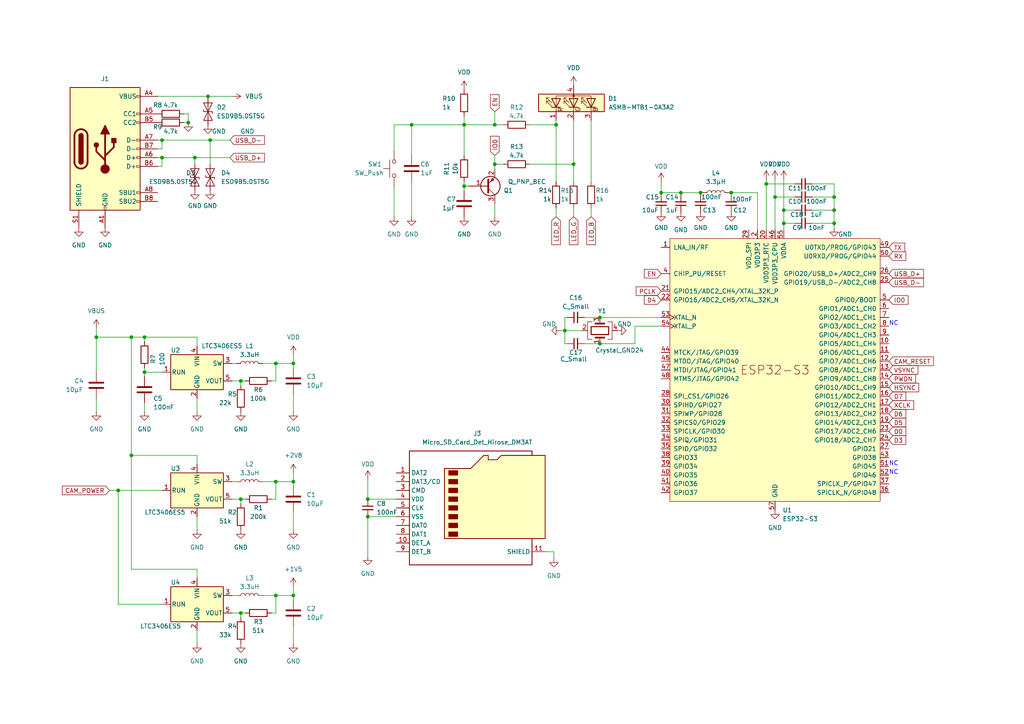
<source format=kicad_sch>
(kicad_sch (version 20230121) (generator eeschema)
  (paper "A4")
  (lib_symbols
    (symbol "Connector:Conn_01x24_Socket" (pin_names (offset 1.016) hide)
      (property "Reference" "J" (at 0 30.48 0))
      (property "Value" "Conn_01x24_Socket" (at 0 -33.02 0))
      (symbol "Conn_01x24_Socket_1_1"
        (pin passive line (at -5.08 27.94 0) (length 3.81) (name "Pin_1") (number "1"))
        (pin passive line (at -5.08 5.08 0) (length 3.81) (name "Pin_10") (number "10"))
        (pin passive line (at -5.08 2.54 0) (length 3.81) (name "Pin_11") (number "11"))
        (pin passive line (at -5.08 0 0) (length 3.81) (name "Pin_12") (number "12"))
        (pin passive line (at -5.08 -2.54 0) (length 3.81) (name "Pin_13") (number "13"))
        (pin passive line (at -5.08 -5.08 0) (length 3.81) (name "Pin_14") (number "14"))
        (pin passive line (at -5.08 -7.62 0) (length 3.81) (name "Pin_15") (number "15"))
        (pin passive line (at -5.08 -10.16 0) (length 3.81) (name "Pin_16") (number "16"))
        (pin passive line (at -5.08 -12.7 0) (length 3.81) (name "Pin_17") (number "17"))
        (pin passive line (at -5.08 -15.24 0) (length 3.81) (name "Pin_18") (number "18"))
        (pin passive line (at -5.08 -17.78 0) (length 3.81) (name "Pin_19") (number "19"))
        (pin passive line (at -5.08 25.4 0) (length 3.81) (name "Pin_2") (number "2"))
        (pin passive line (at -5.08 -20.32 0) (length 3.81) (name "Pin_20") (number "20"))
        (pin passive line (at -5.08 -22.86 0) (length 3.81) (name "Pin_21") (number "21"))
        (pin passive line (at -5.08 -25.4 0) (length 3.81) (name "Pin_22") (number "22"))
        (pin passive line (at -5.08 -27.94 0) (length 3.81) (name "Pin_23") (number "23"))
        (pin passive line (at -5.08 -30.48 0) (length 3.81) (name "Pin_24") (number "24"))
        (pin passive line (at -5.08 22.86 0) (length 3.81) (name "Pin_3") (number "3"))
        (pin passive line (at -5.08 20.32 0) (length 3.81) (name "Pin_4") (number "4"))
        (pin passive line (at -5.08 17.78 0) (length 3.81) (name "Pin_5") (number "5"))
        (pin passive line (at -5.08 15.24 0) (length 3.81) (name "Pin_6") (number "6"))
        (pin passive line (at -5.08 12.7 0) (length 3.81) (name "Pin_7") (number "7"))
        (pin passive line (at -5.08 10.16 0) (length 3.81) (name "Pin_8") (number "8"))
        (pin passive line (at -5.08 7.62 0) (length 3.81) (name "Pin_9") (number "9"))
      )
    )
    (symbol "Connector:Micro_SD_Card_Det_Hirose_DM3AT"
      (property "Reference" "J" (at -16.51 17.78 0))
      (property "Value" "Micro_SD_Card_Det_Hirose_DM3AT" (at 16.51 17.78 0))
      (symbol "Micro_SD_Card_Det_Hirose_DM3AT_1_1"
        (pin bidirectional line (at -22.86 10.16 0) (length 3.81) (name "DAT2") (number "1"))
        (pin passive line (at -22.86 -10.16 0) (length 3.81) (name "DET_A") (number "10"))
        (pin passive line (at 20.32 -12.7 180) (length 3.81) (name "SHIELD") (number "11"))
        (pin bidirectional line (at -22.86 7.62 0) (length 3.81) (name "DAT3/CD") (number "2"))
        (pin input line (at -22.86 5.08 0) (length 3.81) (name "CMD") (number "3"))
        (pin power_in line (at -22.86 2.54 0) (length 3.81) (name "VDD") (number "4"))
        (pin input line (at -22.86 0 0) (length 3.81) (name "CLK") (number "5"))
        (pin power_in line (at -22.86 -2.54 0) (length 3.81) (name "VSS") (number "6"))
        (pin bidirectional line (at -22.86 -5.08 0) (length 3.81) (name "DAT0") (number "7"))
        (pin bidirectional line (at -22.86 -7.62 0) (length 3.81) (name "DAT1") (number "8"))
        (pin passive line (at -22.86 -12.7 0) (length 3.81) (name "DET_B") (number "9"))
      )
    )
    (symbol "Device:C" (pin_numbers hide) (pin_names (offset 0.254))
      (property "Reference" "C" (at 0.635 2.54 0))
      (property "Value" "C" (at 0.635 -2.54 0))
      (symbol "C_1_1"
        (pin passive line (at 0 3.81 270) (length 2.794) (name "~") (number "1"))
        (pin passive line (at 0 -3.81 90) (length 2.794) (name "~") (number "2"))
      )
    )
    (symbol "Device:C_Small" (pin_numbers hide) (pin_names (offset 0.254) hide)
      (property "Reference" "C" (at 0.254 1.778 0))
      (property "Value" "C_Small" (at 0.254 -2.032 0))
      (symbol "C_Small_1_1"
        (pin passive line (at 0 2.54 270) (length 2.032) (name "~") (number "1"))
        (pin passive line (at 0 -2.54 90) (length 2.032) (name "~") (number "2"))
      )
    )
    (symbol "Device:Crystal_GND24" (pin_names (offset 1.016) hide)
      (property "Reference" "Y" (at 3.175 5.08 0))
      (property "Value" "Crystal_GND24" (at 3.175 3.175 0))
      (symbol "Crystal_GND24_1_1"
        (pin passive line (at -3.81 0 0) (length 1.27) (name "1") (number "1"))
        (pin passive line (at 0 5.08 270) (length 1.27) (name "2") (number "2"))
        (pin passive line (at 3.81 0 180) (length 1.27) (name "3") (number "3"))
        (pin passive line (at 0 -5.08 90) (length 1.27) (name "4") (number "4"))
      )
    )
    (symbol "Device:L" (pin_numbers hide) (pin_names (offset 1.016) hide)
      (property "Reference" "L" (at -1.27 0 90))
      (property "Value" "L" (at 1.905 0 90))
      (symbol "L_1_1"
        (pin passive line (at 0 3.81 270) (length 1.27) (name "1") (number "1"))
        (pin passive line (at 0 -3.81 90) (length 1.27) (name "2") (number "2"))
      )
    )
    (symbol "Device:Q_PNP_BEC" (pin_names (offset 0) hide)
      (property "Reference" "Q" (at 5.08 1.27 0))
      (property "Value" "Q_PNP_BEC" (at 5.08 -1.27 0))
      (symbol "Q_PNP_BEC_1_1"
        (pin input line (at -5.08 0 0) (length 5.715) (name "B") (number "1"))
        (pin passive line (at 2.54 -5.08 90) (length 2.54) (name "E") (number "2"))
        (pin passive line (at 2.54 5.08 270) (length 2.54) (name "C") (number "3"))
      )
    )
    (symbol "Device:R" (pin_numbers hide) (pin_names (offset 0))
      (property "Reference" "R" (at 2.032 0 90))
      (property "Value" "R" (at 0 0 90))
      (symbol "R_1_1"
        (pin passive line (at 0 3.81 270) (length 1.27) (name "~") (number "1"))
        (pin passive line (at 0 -3.81 90) (length 1.27) (name "~") (number "2"))
      )
    )
    (symbol "Diode:ESD9B5.0ST5G" (pin_numbers hide) (pin_names (offset 1.016) hide)
      (property "Reference" "D" (at 0 2.54 0))
      (property "Value" "ESD9B5.0ST5G" (at 0 -2.54 0))
      (symbol "ESD9B5.0ST5G_1_1"
        (pin passive line (at -3.81 0 0) (length 2.54) (name "A1") (number "1"))
        (pin passive line (at 3.81 0 180) (length 2.54) (name "A2") (number "2"))
      )
    )
    (symbol "LED:ASMB-MTB1-0A3A2" (pin_names (offset 0) hide)
      (property "Reference" "D" (at 0 12.7 0))
      (property "Value" "ASMB-MTB1-0A3A2" (at 1.27 -11.43 0))
      (symbol "ASMB-MTB1-0A3A2_0_0"
        (text "B" (at -1.905 -6.35 0) (effects (font (size 1.27 1.27))))
        (text "G" (at -1.905 -1.27 0) (effects (font (size 1.27 1.27))))
        (text "R" (at -1.905 3.81 0) (effects (font (size 1.27 1.27))))
      )
      (symbol "ASMB-MTB1-0A3A2_1_1"
        (pin passive line (at -5.08 5.08 0) (length 2.54) (name "RK") (number "1"))
        (pin passive line (at -5.08 0 0) (length 2.54) (name "GK") (number "2"))
        (pin passive line (at -5.08 -5.08 0) (length 2.54) (name "BK") (number "3"))
        (pin passive line (at 5.08 0 180) (length 2.54) (name "A") (number "4"))
      )
    )
    (symbol "Library:USB_C_Receptacle_USB2.0" (pin_names (offset 1.016))
      (property "Reference" "J" (at -10.16 19.05 0))
      (symbol "USB_C_Receptacle_USB2.0_1_1"
        (pin passive line (at 0 -22.86 90) (length 5.08) (name "GND") (number "A1"))
        (pin passive line (at 0 -22.86 90) (length 5.08) hide (name "GND") (number "A12"))
        (pin passive line (at 15.24 15.24 180) (length 5.08) (name "VBUS") (number "A4"))
        (pin bidirectional line (at 15.24 10.16 180) (length 5.08) (name "CC1") (number "A5"))
        (pin bidirectional line (at 15.24 -2.54 180) (length 5.08) (name "D+") (number "A6"))
        (pin bidirectional line (at 15.24 2.54 180) (length 5.08) (name "D-") (number "A7"))
        (pin bidirectional line (at 15.24 -12.7 180) (length 5.08) (name "SBU1") (number "A8"))
        (pin passive line (at 15.24 15.24 180) (length 5.08) hide (name "VBUS") (number "A9"))
        (pin passive line (at 0 -22.86 90) (length 5.08) hide (name "GND") (number "B1"))
        (pin passive line (at 0 -22.86 90) (length 5.08) hide (name "GND") (number "B12"))
        (pin passive line (at 15.24 15.24 180) (length 5.08) hide (name "VBUS") (number "B4"))
        (pin bidirectional line (at 15.24 7.62 180) (length 5.08) (name "CC2") (number "B5"))
        (pin bidirectional line (at 15.24 -5.08 180) (length 5.08) (name "D+") (number "B6"))
        (pin bidirectional line (at 15.24 0 180) (length 5.08) (name "D-") (number "B7"))
        (pin bidirectional line (at 15.24 -15.24 180) (length 5.08) (name "SBU2") (number "B8"))
        (pin passive line (at 15.24 15.24 180) (length 5.08) hide (name "VBUS") (number "B9"))
        (pin passive line (at -7.62 -22.86 90) (length 5.08) (name "SHIELD") (number "S1"))
      )
    )
    (symbol "PCM_Espressif:ESP32-S3" (pin_names (offset 1.016))
      (property "Reference" "U" (at -30.48 43.18 0))
      (property "Value" "ESP32-S3" (at -30.48 40.64 0))
      (symbol "ESP32-S3_0_0"
        (text "ESP32-S3" (at 0 0 0) (effects (font (size 2.54 2.54))))
        (pin bidirectional line (at 33.02 -35.56 180) (length 2.54) (name "SPICLK_N/GPIO48") (number "36"))
        (pin bidirectional line (at 33.02 -33.02 180) (length 2.54) (name "SPICLK_P/GPIO47") (number "37"))
      )
      (symbol "ESP32-S3_1_1"
        (pin bidirectional line (at -33.02 35.56 0) (length 2.54) (name "LNA_IN/RF") (number "1"))
        (pin bidirectional line (at 33.02 7.62 180) (length 2.54) (name "GPIO5/ADC1_CH4") (number "10"))
        (pin bidirectional line (at 33.02 5.08 180) (length 2.54) (name "GPIO6/ADC1_CH5") (number "11"))
        (pin bidirectional line (at 33.02 2.54 180) (length 2.54) (name "GPIO7/ADC1_CH6") (number "12"))
        (pin bidirectional line (at 33.02 0 180) (length 2.54) (name "GPIO8/ADC1_CH7") (number "13"))
        (pin bidirectional line (at 33.02 -2.54 180) (length 2.54) (name "GPIO9/ADC1_CH8") (number "14"))
        (pin bidirectional line (at 33.02 -5.08 180) (length 2.54) (name "GPIO10/ADC1_CH9") (number "15"))
        (pin bidirectional line (at 33.02 -7.62 180) (length 2.54) (name "GPIO11/ADC2_CH0") (number "16"))
        (pin bidirectional line (at 33.02 -10.16 180) (length 2.54) (name "GPIO12/ADC2_CH1") (number "17"))
        (pin bidirectional line (at 33.02 -12.7 180) (length 2.54) (name "GPIO13/ADC2_CH2") (number "18"))
        (pin bidirectional line (at 33.02 -15.24 180) (length 2.54) (name "GPIO14/ADC2_CH3") (number "19"))
        (pin power_in line (at -5.08 40.64 270) (length 2.54) (name "VDD3P3") (number "2"))
        (pin power_in line (at -2.54 40.64 270) (length 2.54) (name "VDD3P3_RTC") (number "20"))
        (pin bidirectional line (at -33.02 22.86 0) (length 2.54) (name "GPIO15/ADC2_CH4/XTAL_32K_P") (number "21"))
        (pin bidirectional line (at -33.02 20.32 0) (length 2.54) (name "GPIO16/ADC2_CH5/XTAL_32K_N") (number "22"))
        (pin bidirectional line (at 33.02 -17.78 180) (length 2.54) (name "GPIO17/ADC2_CH6") (number "23"))
        (pin bidirectional line (at 33.02 -20.32 180) (length 2.54) (name "GPIO18/ADC2_CH7") (number "24"))
        (pin bidirectional line (at 33.02 25.4 180) (length 2.54) (name "GPIO19/USB_D-/ADC2_CH8") (number "25"))
        (pin bidirectional line (at 33.02 27.94 180) (length 2.54) (name "GPIO20/USB_D+/ADC2_CH9") (number "26"))
        (pin bidirectional line (at 33.02 -22.86 180) (length 2.54) (name "GPIO21") (number "27"))
        (pin bidirectional line (at -33.02 -7.62 0) (length 2.54) (name "SPI_CS1/GPIO26") (number "28"))
        (pin power_out line (at -7.62 40.64 270) (length 2.54) (name "VDD_SPI") (number "29"))
        (pin power_in line (at -5.08 40.64 270) (length 2.54) hide (name "VDD3P3") (number "3"))
        (pin bidirectional line (at -33.02 -10.16 0) (length 2.54) (name "SPIHD/GPIO27") (number "30"))
        (pin bidirectional line (at -33.02 -12.7 0) (length 2.54) (name "SPIWP/GPIO28") (number "31"))
        (pin bidirectional line (at -33.02 -15.24 0) (length 2.54) (name "SPICS0/GPIO29") (number "32"))
        (pin bidirectional line (at -33.02 -17.78 0) (length 2.54) (name "SPICLK/GPIO30") (number "33"))
        (pin bidirectional line (at -33.02 -20.32 0) (length 2.54) (name "SPIQ/GPIO31") (number "34"))
        (pin bidirectional line (at -33.02 -22.86 0) (length 2.54) (name "SPID/GPIO32") (number "35"))
        (pin bidirectional line (at -33.02 -25.4 0) (length 2.54) (name "GPIO33") (number "38"))
        (pin bidirectional line (at -33.02 -27.94 0) (length 2.54) (name "GPIO34") (number "39"))
        (pin input line (at -33.02 27.94 0) (length 2.54) (name "CHIP_PU/RESET") (number "4"))
        (pin bidirectional line (at -33.02 -30.48 0) (length 2.54) (name "GPIO35") (number "40"))
        (pin bidirectional line (at -33.02 -33.02 0) (length 2.54) (name "GPIO36") (number "41"))
        (pin bidirectional line (at -33.02 -35.56 0) (length 2.54) (name "GPIO37") (number "42"))
        (pin bidirectional line (at 33.02 -25.4 180) (length 2.54) (name "GPIO38") (number "43"))
        (pin bidirectional line (at -33.02 5.08 0) (length 2.54) (name "MTCK/JTAG/GPIO39") (number "44"))
        (pin bidirectional line (at -33.02 2.54 0) (length 2.54) (name "MTDO/JTAG/GPIO40") (number "45"))
        (pin power_in line (at 0 40.64 270) (length 2.54) (name "VDD3P3_CPU") (number "46"))
        (pin bidirectional line (at -33.02 0 0) (length 2.54) (name "MTDI/JTAG/GPIO41") (number "47"))
        (pin bidirectional line (at -33.02 -2.54 0) (length 2.54) (name "MTMS/JTAG/GPIO42") (number "48"))
        (pin bidirectional line (at 33.02 35.56 180) (length 2.54) (name "U0TXD/PROG/GPIO43") (number "49"))
        (pin bidirectional line (at 33.02 20.32 180) (length 2.54) (name "GPIO0/BOOT") (number "5"))
        (pin bidirectional line (at 33.02 33.02 180) (length 2.54) (name "U0RXD/PROG/GPIO44") (number "50"))
        (pin bidirectional line (at 33.02 -27.94 180) (length 2.54) (name "GPIO45") (number "51"))
        (pin bidirectional line (at 33.02 -30.48 180) (length 2.54) (name "GPIO46") (number "52"))
        (pin input clock (at -33.02 15.24 0) (length 2.54) (name "XTAL_N") (number "53"))
        (pin output clock (at -33.02 12.7 0) (length 2.54) (name "XTAL_P") (number "54"))
        (pin power_in line (at 2.54 40.64 270) (length 2.54) (name "VDDA") (number "55"))
        (pin passive line (at 2.54 40.64 270) (length 2.54) hide (name "VDDA") (number "56"))
        (pin power_in line (at 0 -40.64 90) (length 2.54) (name "GND") (number "57"))
        (pin bidirectional line (at 33.02 17.78 180) (length 2.54) (name "GPIO1/ADC1_CH0") (number "6"))
        (pin bidirectional line (at 33.02 15.24 180) (length 2.54) (name "GPIO2/ADC1_CH1") (number "7"))
        (pin bidirectional line (at 33.02 12.7 180) (length 2.54) (name "GPIO3/ADC1_CH2") (number "8"))
        (pin bidirectional line (at 33.02 10.16 180) (length 2.54) (name "GPIO4/ADC1_CH3") (number "9"))
      )
    )
    (symbol "Regulator_Switching:LTC3406ES5" (pin_names (offset 0.254))
      (property "Reference" "U" (at -6.35 6.35 0))
      (property "Value" "LTC3406ES5" (at 1.27 6.35 0))
      (symbol "LTC3406ES5_1_1"
        (pin input line (at -10.16 0 0) (length 2.54) (name "RUN") (number "1"))
        (pin power_in line (at 0 -7.62 90) (length 2.54) (name "GND") (number "2"))
        (pin output line (at 10.16 2.54 180) (length 2.54) (name "SW") (number "3"))
        (pin power_in line (at 0 7.62 270) (length 2.54) (name "VIN") (number "4"))
        (pin power_out line (at 10.16 -2.54 180) (length 2.54) (name "VOUT") (number "5"))
      )
    )
    (symbol "Switch:SW_Push" (pin_numbers hide) (pin_names (offset 1.016) hide)
      (property "Reference" "SW" (at 1.27 2.54 0))
      (property "Value" "SW_Push" (at 0 -1.524 0))
      (symbol "SW_Push_0_1"
        (pin passive line (at -5.08 0 0) (length 2.54) (name "1") (number "1"))
        (pin passive line (at 5.08 0 180) (length 2.54) (name "2") (number "2"))
      )
    )
    (symbol "power:+1V5" (power) (pin_names (offset 0))
      (property "Value" "+1V5" (at 0 3.556 0))
      (symbol "+1V5_1_1"
        (pin power_in line (at 0 0 90) (length 0) hide (name "+1V5") (number "1"))
      )
    )
    (symbol "power:+2V8" (power) (pin_names (offset 0))
      (property "Value" "+2V8" (at 0 3.556 0))
      (symbol "+2V8_1_1"
        (pin power_in line (at 0 0 90) (length 0) hide (name "+2V8") (number "1"))
      )
    )
    (symbol "power:GND" (power) (pin_names (offset 0))
      (property "Value" "GND" (at 0 -3.81 0))
      (symbol "GND_1_1"
        (pin power_in line (at 0 0 270) (length 0) hide (name "GND") (number "1"))
      )
    )
    (symbol "power:VBUS" (power) (pin_names (offset 0))
      (property "Value" "VBUS" (at 0 3.81 0))
      (symbol "VBUS_1_1"
        (pin power_in line (at 0 0 90) (length 0) hide (name "VBUS") (number "1"))
      )
    )
    (symbol "power:VDD" (power) (pin_names (offset 0))
      (property "Value" "VDD" (at 0 3.81 0))
      (symbol "VDD_1_1"
        (pin power_in line (at 0 0 90) (length 0) hide (name "VDD") (number "1"))
      )
    )
  )
  (junction (at 34.29 142.24))
  (junction (at 85.09 139.7))
  (junction (at 222.25 53.34))
  (junction (at 38.1 132.08))
  (junction (at 27.94 97.79))
  (junction (at 80.01 139.7))
  (junction (at 69.85 144.78))
  (junction (at 56.515 45.72))
  (junction (at 69.85 110.49))
  (junction (at 85.09 105.41))
  (junction (at 241.935 60.96))
  (junction (at 80.01 172.72))
  (junction (at 224.79 57.15))
  (junction (at 197.485 55.88))
  (junction (at 143.51 36.195))
  (junction (at 106.68 149.86))
  (junction (at 241.935 64.77))
  (junction (at 60.325 27.94))
  (junction (at 54.61 35.56))
  (junction (at 143.51 47.625))
  (junction (at 60.96 40.64))
  (junction (at 46.99 45.72))
  (junction (at 227.33 64.77))
  (junction (at 119.38 36.195))
  (junction (at 134.62 36.195))
  (junction (at 41.91 107.95))
  (junction (at 166.37 47.625))
  (junction (at 85.09 172.72))
  (junction (at 212.09 55.88))
  (junction (at 134.62 53.975))
  (junction (at 106.68 144.78))
  (junction (at 203.2 55.88))
  (junction (at 173.99 99.695))
  (junction (at 41.91 97.79))
  (junction (at 227.33 60.96))
  (junction (at 80.01 105.41))
  (junction (at 173.99 92.075))
  (junction (at 38.1 97.79))
  (junction (at 161.29 36.195))
  (junction (at 163.83 95.885))
  (junction (at 46.99 40.64))
  (junction (at 69.85 177.8))
  (junction (at 191.77 55.88))
  (junction (at 241.935 57.15))
  (wire (pts (xy 67.31 177.8) (xy 69.85 177.8)))
  (wire (pts (xy 203.2 56.515) (xy 203.2 55.88)))
  (wire (pts (xy 162.56 95.885) (xy 163.83 95.885)))
  (wire (pts (xy 219.71 55.88) (xy 219.71 66.675)))
  (wire (pts (xy 173.99 92.075) (xy 191.77 92.075)))
  (wire (pts (xy 69.85 177.8) (xy 71.12 177.8)))
  (wire (pts (xy 46.99 107.95) (xy 41.91 107.95)))
  (wire (pts (xy 56.515 45.72) (xy 66.675 45.72)))
  (wire (pts (xy 203.2 55.88) (xy 197.485 55.88)))
  (wire (pts (xy 60.325 27.94) (xy 60.325 28.575)))
  (wire (pts (xy 60.325 27.94) (xy 67.31 27.94)))
  (wire (pts (xy 119.38 36.195) (xy 134.62 36.195)))
  (wire (pts (xy 45.72 45.72) (xy 46.99 45.72)))
  (wire (pts (xy 163.83 95.885) (xy 168.91 95.885)))
  (wire (pts (xy 60.96 40.64) (xy 60.96 47.625)))
  (wire (pts (xy 34.29 142.24) (xy 46.99 142.24)))
  (wire (pts (xy 27.94 115.57) (xy 27.94 119.38)))
  (wire (pts (xy 171.45 60.325) (xy 171.45 62.865)))
  (wire (pts (xy 78.74 144.78) (xy 80.01 144.78)))
  (wire (pts (xy 161.29 36.195) (xy 161.29 52.705)))
  (wire (pts (xy 143.51 36.195) (xy 146.05 36.195)))
  (wire (pts (xy 171.45 34.925) (xy 171.45 52.705)))
  (wire (pts (xy 163.83 95.885) (xy 163.83 99.695)))
  (wire (pts (xy 68.58 105.41) (xy 67.31 105.41)))
  (wire (pts (xy 119.38 52.705) (xy 119.38 62.865)))
  (wire (pts (xy 45.72 43.18) (xy 46.99 43.18)))
  (wire (pts (xy 67.31 110.49) (xy 69.85 110.49)))
  (wire (pts (xy 191.77 52.705) (xy 191.77 55.88)))
  (wire (pts (xy 161.29 36.195) (xy 161.29 34.925)))
  (wire (pts (xy 106.68 144.78) (xy 114.935 144.78)))
  (wire (pts (xy 57.15 132.08) (xy 57.15 134.62)))
  (wire (pts (xy 166.37 60.325) (xy 166.37 62.865)))
  (wire (pts (xy 143.51 32.385) (xy 143.51 36.195)))
  (wire (pts (xy 134.62 53.975) (xy 134.62 55.245)))
  (wire (pts (xy 184.15 94.615) (xy 191.77 94.615)))
  (wire (pts (xy 85.09 114.3) (xy 85.09 119.38)))
  (wire (pts (xy 80.01 139.7) (xy 85.09 139.7)))
  (wire (pts (xy 68.58 139.7) (xy 67.31 139.7)))
  (wire (pts (xy 134.62 52.705) (xy 134.62 53.975)))
  (wire (pts (xy 160.655 161.925) (xy 160.655 160.02)))
  (wire (pts (xy 227.33 52.07) (xy 227.33 60.96)))
  (wire (pts (xy 169.545 92.075) (xy 173.99 92.075)))
  (wire (pts (xy 69.85 110.49) (xy 71.12 110.49)))
  (wire (pts (xy 134.62 36.195) (xy 134.62 45.085)))
  (wire (pts (xy 153.67 36.195) (xy 161.29 36.195)))
  (wire (pts (xy 143.51 47.625) (xy 146.05 47.625)))
  (wire (pts (xy 197.485 55.88) (xy 197.485 56.515)))
  (wire (pts (xy 227.33 60.96) (xy 230.505 60.96)))
  (wire (pts (xy 60.96 40.64) (xy 66.675 40.64)))
  (wire (pts (xy 34.29 142.24) (xy 34.29 175.26)))
  (wire (pts (xy 161.29 62.865) (xy 161.29 60.325)))
  (wire (pts (xy 143.51 47.625) (xy 143.51 48.895)))
  (wire (pts (xy 57.15 153.67) (xy 57.15 149.86)))
  (wire (pts (xy 114.3 36.195) (xy 119.38 36.195)))
  (wire (pts (xy 85.09 181.61) (xy 85.09 186.69)))
  (wire (pts (xy 166.37 34.925) (xy 166.37 47.625)))
  (wire (pts (xy 169.545 99.695) (xy 173.99 99.695)))
  (wire (pts (xy 46.99 45.72) (xy 56.515 45.72)))
  (wire (pts (xy 76.2 139.7) (xy 80.01 139.7)))
  (wire (pts (xy 85.09 102.87) (xy 85.09 105.41)))
  (wire (pts (xy 235.585 53.34) (xy 241.935 53.34)))
  (wire (pts (xy 119.38 36.195) (xy 119.38 45.085)))
  (wire (pts (xy 78.74 177.8) (xy 80.01 177.8)))
  (wire (pts (xy 224.79 57.15) (xy 230.505 57.15)))
  (wire (pts (xy 241.935 64.77) (xy 235.585 64.77)))
  (wire (pts (xy 41.91 116.84) (xy 41.91 119.38)))
  (wire (pts (xy 38.1 97.79) (xy 41.91 97.79)))
  (wire (pts (xy 38.1 132.08) (xy 57.15 132.08)))
  (wire (pts (xy 78.74 110.49) (xy 80.01 110.49)))
  (wire (pts (xy 203.2 55.88) (xy 203.835 55.88)))
  (wire (pts (xy 57.15 186.69) (xy 57.15 182.88)))
  (wire (pts (xy 106.68 149.86) (xy 114.935 149.86)))
  (wire (pts (xy 222.25 53.34) (xy 222.25 66.675)))
  (wire (pts (xy 227.33 64.77) (xy 227.33 66.675)))
  (wire (pts (xy 184.15 99.695) (xy 184.15 94.615)))
  (wire (pts (xy 85.09 140.97) (xy 85.09 139.7)))
  (wire (pts (xy 38.1 132.08) (xy 38.1 165.1)))
  (wire (pts (xy 69.85 177.8) (xy 69.85 179.07)))
  (wire (pts (xy 80.01 177.8) (xy 80.01 172.72)))
  (wire (pts (xy 34.29 175.26) (xy 46.99 175.26)))
  (wire (pts (xy 211.455 55.88) (xy 212.09 55.88)))
  (wire (pts (xy 69.85 144.78) (xy 71.12 144.78)))
  (wire (pts (xy 69.85 144.78) (xy 69.85 146.05)))
  (wire (pts (xy 46.99 45.72) (xy 46.99 48.26)))
  (wire (pts (xy 57.15 165.1) (xy 38.1 165.1)))
  (wire (pts (xy 224.79 57.15) (xy 224.79 66.675)))
  (wire (pts (xy 222.25 53.34) (xy 230.505 53.34)))
  (wire (pts (xy 235.585 57.15) (xy 241.935 57.15)))
  (wire (pts (xy 191.77 55.88) (xy 197.485 55.88)))
  (wire (pts (xy 212.09 55.88) (xy 212.09 56.515)))
  (wire (pts (xy 235.585 60.96) (xy 241.935 60.96)))
  (wire (pts (xy 227.33 64.77) (xy 230.505 64.77)))
  (wire (pts (xy 68.58 172.72) (xy 67.31 172.72)))
  (wire (pts (xy 80.01 172.72) (xy 85.09 172.72)))
  (wire (pts (xy 160.655 160.02) (xy 158.115 160.02)))
  (wire (pts (xy 80.01 139.7) (xy 80.01 144.78)))
  (wire (pts (xy 27.94 107.95) (xy 27.94 97.79)))
  (wire (pts (xy 76.2 172.72) (xy 80.01 172.72)))
  (wire (pts (xy 53.34 33.02) (xy 54.61 33.02)))
  (wire (pts (xy 41.91 106.68) (xy 41.91 107.95)))
  (wire (pts (xy 85.09 106.68) (xy 85.09 105.41)))
  (wire (pts (xy 45.72 48.26) (xy 46.99 48.26)))
  (wire (pts (xy 80.01 105.41) (xy 85.09 105.41)))
  (wire (pts (xy 57.15 97.79) (xy 57.15 100.33)))
  (wire (pts (xy 134.62 33.655) (xy 134.62 36.195)))
  (wire (pts (xy 54.61 33.02) (xy 54.61 35.56)))
  (wire (pts (xy 69.85 110.49) (xy 69.85 111.76)))
  (wire (pts (xy 222.25 52.07) (xy 222.25 53.34)))
  (wire (pts (xy 41.91 107.95) (xy 41.91 109.22)))
  (wire (pts (xy 163.83 99.695) (xy 164.465 99.695)))
  (wire (pts (xy 227.33 60.96) (xy 227.33 64.77)))
  (wire (pts (xy 106.68 139.065) (xy 106.68 144.78)))
  (wire (pts (xy 45.72 40.64) (xy 46.99 40.64)))
  (wire (pts (xy 163.83 92.075) (xy 164.465 92.075)))
  (wire (pts (xy 53.34 35.56) (xy 54.61 35.56)))
  (wire (pts (xy 241.935 57.15) (xy 241.935 60.96)))
  (wire (pts (xy 173.99 99.695) (xy 184.15 99.695)))
  (wire (pts (xy 224.79 52.07) (xy 224.79 57.15)))
  (wire (pts (xy 85.09 137.16) (xy 85.09 139.7)))
  (wire (pts (xy 114.3 43.815) (xy 114.3 36.195)))
  (wire (pts (xy 241.935 60.96) (xy 241.935 64.77)))
  (wire (pts (xy 212.09 55.88) (xy 219.71 55.88)))
  (wire (pts (xy 85.09 148.59) (xy 85.09 153.67)))
  (wire (pts (xy 134.62 53.975) (xy 135.89 53.975)))
  (wire (pts (xy 163.83 92.075) (xy 163.83 95.885)))
  (wire (pts (xy 106.68 161.29) (xy 106.68 149.86)))
  (wire (pts (xy 41.91 97.79) (xy 57.15 97.79)))
  (wire (pts (xy 57.15 165.1) (xy 57.15 167.64)))
  (wire (pts (xy 114.3 53.975) (xy 114.3 62.865)))
  (wire (pts (xy 38.1 97.79) (xy 38.1 132.08)))
  (wire (pts (xy 31.75 142.24) (xy 34.29 142.24)))
  (wire (pts (xy 191.77 55.88) (xy 191.77 56.515)))
  (wire (pts (xy 27.94 95.25) (xy 27.94 97.79)))
  (wire (pts (xy 143.51 59.055) (xy 143.51 62.865)))
  (wire (pts (xy 56.515 45.72) (xy 56.515 47.625)))
  (wire (pts (xy 80.01 105.41) (xy 80.01 110.49)))
  (wire (pts (xy 241.935 64.77) (xy 241.935 66.04)))
  (wire (pts (xy 67.31 144.78) (xy 69.85 144.78)))
  (wire (pts (xy 41.91 97.79) (xy 41.91 99.06)))
  (wire (pts (xy 85.09 170.18) (xy 85.09 172.72)))
  (wire (pts (xy 27.94 97.79) (xy 38.1 97.79)))
  (wire (pts (xy 46.99 40.64) (xy 60.96 40.64)))
  (wire (pts (xy 166.37 47.625) (xy 166.37 52.705)))
  (wire (pts (xy 76.2 105.41) (xy 80.01 105.41)))
  (wire (pts (xy 241.935 53.34) (xy 241.935 57.15)))
  (wire (pts (xy 45.72 27.94) (xy 60.325 27.94)))
  (wire (pts (xy 134.62 36.195) (xy 143.51 36.195)))
  (wire (pts (xy 46.99 40.64) (xy 46.99 43.18)))
  (wire (pts (xy 166.37 47.625) (xy 153.67 47.625)))
  (wire (pts (xy 143.51 45.085) (xy 143.51 47.625)))
  (wire (pts (xy 85.09 172.72) (xy 85.09 173.99)))
  (wire (pts (xy 57.15 119.38) (xy 57.15 115.57)))
  (text "NC" (at 257.81 94.615 0) (effects (font (size 1.27 1.27)) (justify left bottom)))
  (text "NC" (at 257.81 137.795 0) (effects (font (size 1.27 1.27)) (justify left bottom)))
  (text "NC" (at 257.81 135.255 0) (effects (font (size 1.27 1.27)) (justify left bottom)))
  (global_label "PWDN" (shape input) (at 257.81 109.855 0) (property "Intersheetrefs" "${INTERSHEET_REFS}" (effects hide)))
  (global_label "LED_G" (shape input) (at 166.37 62.865 270) (property "Intersheetrefs" "${INTERSHEET_REFS}" (effects hide)))
  (global_label "USB_D-" (shape input) (at 257.81 81.915 0) (property "Intersheetrefs" "${INTERSHEET_REFS}" (effects hide)))
  (global_label "USB_D+" (shape input) (at 66.675 45.72 0) (property "Intersheetrefs" "${INTERSHEET_REFS}" (effects hide)))
  (global_label "VSYNC" (shape input) (at 257.81 107.315 0) (property "Intersheetrefs" "${INTERSHEET_REFS}" (effects hide)))
  (global_label "CAM_RESET" (shape input) (at 316.23 128.27 0) (property "Intersheetrefs" "${INTERSHEET_REFS}" (effects hide)))
  (global_label "RX" (shape input) (at 257.81 74.295 0) (property "Intersheetrefs" "${INTERSHEET_REFS}" (effects hide)))
  (global_label "D6" (shape input) (at 257.81 120.015 0) (property "Intersheetrefs" "${INTERSHEET_REFS}" (effects hide)))
  (global_label "EN" (shape input) (at 143.51 32.385 90) (property "Intersheetrefs" "${INTERSHEET_REFS}" (effects hide)))
  (global_label "D6" (shape input) (at 316.23 107.95 0) (property "Intersheetrefs" "${INTERSHEET_REFS}" (effects hide)))
  (global_label "USB_D-" (shape input) (at 66.675 40.64 0) (property "Intersheetrefs" "${INTERSHEET_REFS}" (effects hide)))
  (global_label "IO0" (shape input) (at 257.81 86.995 0) (property "Intersheetrefs" "${INTERSHEET_REFS}" (effects hide)))
  (global_label "TX" (shape input) (at 257.81 71.755 0) (property "Intersheetrefs" "${INTERSHEET_REFS}" (effects hide)))
  (global_label "D2" (shape input) (at 316.23 87.63 0) (property "Intersheetrefs" "${INTERSHEET_REFS}" (effects hide)))
  (global_label "PCLK" (shape input) (at 316.23 100.33 0) (property "Intersheetrefs" "${INTERSHEET_REFS}" (effects hide)))
  (global_label "D5" (shape input) (at 316.23 102.87 0) (property "Intersheetrefs" "${INTERSHEET_REFS}" (effects hide)))
  (global_label "PWDN" (shape input) (at 316.23 123.19 0) (property "Intersheetrefs" "${INTERSHEET_REFS}" (effects hide)))
  (global_label "CAM_RESET" (shape input) (at 257.81 104.775 0) (property "Intersheetrefs" "${INTERSHEET_REFS}" (effects hide)))
  (global_label "D0" (shape input) (at 257.81 125.095 0) (property "Intersheetrefs" "${INTERSHEET_REFS}" (effects hide)))
  (global_label "LED_B" (shape input) (at 171.45 62.865 270) (property "Intersheetrefs" "${INTERSHEET_REFS}" (effects hide)))
  (global_label "XCLK" (shape input) (at 316.23 110.49 0) (property "Intersheetrefs" "${INTERSHEET_REFS}" (effects hide)))
  (global_label "D1" (shape input) (at 316.23 90.17 0) (property "Intersheetrefs" "${INTERSHEET_REFS}" (effects hide)))
  (global_label "I2C_SCL" (shape input) (at 316.23 130.81 0) (property "Intersheetrefs" "${INTERSHEET_REFS}" (effects hide)))
  (global_label "IO0" (shape input) (at 143.51 45.085 90) (property "Intersheetrefs" "${INTERSHEET_REFS}" (effects hide)))
  (global_label "D5" (shape input) (at 257.81 122.555 0) (property "Intersheetrefs" "${INTERSHEET_REFS}" (effects hide)))
  (global_label "D3" (shape input) (at 257.81 127.635 0) (property "Intersheetrefs" "${INTERSHEET_REFS}" (effects hide)))
  (global_label "D7" (shape input) (at 316.23 113.03 0) (property "Intersheetrefs" "${INTERSHEET_REFS}" (effects hide)))
  (global_label "D4" (shape input) (at 191.77 86.995 180) (property "Intersheetrefs" "${INTERSHEET_REFS}" (effects hide)))
  (global_label "USB_D+" (shape input) (at 257.81 79.375 0) (property "Intersheetrefs" "${INTERSHEET_REFS}" (effects hide)))
  (global_label "XCLK" (shape input) (at 257.81 117.475 0) (property "Intersheetrefs" "${INTERSHEET_REFS}" (effects hide)))
  (global_label "I2C_SDA" (shape input) (at 316.23 135.89 0) (property "Intersheetrefs" "${INTERSHEET_REFS}" (effects hide)))
  (global_label "HSYNC" (shape input) (at 316.23 120.65 0) (property "Intersheetrefs" "${INTERSHEET_REFS}" (effects hide)))
  (global_label "HSYNC" (shape input) (at 257.81 112.395 0) (property "Intersheetrefs" "${INTERSHEET_REFS}" (effects hide)))
  (global_label "CAM_POWER" (shape input) (at 31.75 142.24 180) (property "Intersheetrefs" "${INTERSHEET_REFS}" (effects hide)))
  (global_label "D3" (shape input) (at 316.23 92.71 0) (property "Intersheetrefs" "${INTERSHEET_REFS}" (effects hide)))
  (global_label "D4" (shape input) (at 316.23 97.79 0) (property "Intersheetrefs" "${INTERSHEET_REFS}" (effects hide)))
  (global_label "D7" (shape input) (at 257.81 114.935 0) (property "Intersheetrefs" "${INTERSHEET_REFS}" (effects hide)))
  (global_label "D0" (shape input) (at 316.23 95.25 0) (property "Intersheetrefs" "${INTERSHEET_REFS}" (effects hide)))
  (global_label "LED_R" (shape input) (at 161.29 62.865 270) (property "Intersheetrefs" "${INTERSHEET_REFS}" (effects hide)))
  (global_label "VSYNC" (shape input) (at 316.23 125.73 0) (property "Intersheetrefs" "${INTERSHEET_REFS}" (effects hide)))
  (global_label "EN" (shape input) (at 191.77 79.375 180) (property "Intersheetrefs" "${INTERSHEET_REFS}" (effects hide)))
  (global_label "PCLK" (shape input) (at 191.77 84.455 180) (property "Intersheetrefs" "${INTERSHEET_REFS}" (effects hide)))
  (symbol (lib_id "power:GND") (at 143.51 62.865 0) (unit 1)
    (property "Reference" "#PWR023" (effects hide))
    (property "Value" "GND" (at 143.51 67.945 0))
  )
  (symbol (lib_id "power:GND") (at 57.15 186.69 0) (unit 1)
    (property "Reference" "#PWR02" (effects hide))
    (property "Value" "GND" (at 57.15 191.77 0))
  )
  (symbol (lib_id "power:GND") (at 57.15 119.38 0) (unit 1)
    (property "Reference" "#PWR03" (effects hide))
    (property "Value" "GND" (at 57.15 124.46 0))
  )
  (symbol (lib_id "Device:R") (at 69.85 149.86 0) (unit 1)
    (property "Reference" "R2" (at 66.04 148.59 0) (effects (justify left)))
    (property "Value" "51k" (at 63.5 151.13 0) (effects (justify left)))
    (property "Footprint" "Resistor_SMD:R_0402_1005Metric" (effects hide))
  )
  (symbol (lib_id "power:+2V8") (at 316.23 133.35 270) (unit 1)
    (property "Reference" "#PWR026" (effects hide))
    (property "Value" "+2V8" (at 320.04 133.35 90) (effects (justify left)))
  )
  (symbol (lib_id "Device:C_Small") (at 197.485 59.055 180) (unit 1)
    (property "Reference" "C14" (at 194.945 57.15 0))
    (property "Value" "1uF" (at 194.945 60.96 0))
    (property "Footprint" "Capacitor_SMD:C_0402_1005Metric" (effects hide))
  )
  (symbol (lib_id "power:+1V5") (at 85.09 170.18 0) (unit 1)
    (property "Reference" "#PWR09" (effects hide))
    (property "Value" "+1V5" (at 85.09 165.1 0))
  )
  (symbol (lib_id "Device:R") (at 161.29 56.515 0) (unit 1)
    (property "Reference" "R14" (at 156.21 55.245 0) (effects (justify left)))
    (property "Value" "1k" (at 157.48 57.785 0) (effects (justify left)))
    (property "Footprint" "Resistor_SMD:R_0402_1005Metric" (effects hide))
  )
  (symbol (lib_id "power:+2V8") (at 85.09 137.16 0) (unit 1)
    (property "Reference" "#PWR010" (effects hide))
    (property "Value" "+2V8" (at 85.09 132.08 0))
  )
  (symbol (lib_id "LED:ASMB-MTB1-0A3A2") (at 166.37 29.845 90) (unit 1)
    (property "Reference" "D1" (at 179.07 28.575 90) (effects (justify left)))
    (property "Value" "ASMB-MTB1-0A3A2" (at 195.58 31.115 90) (effects (justify left)))
    (property "Footprint" "LED_SMD:LED_Cree-PLCC4_2x2mm_CW" (effects hide))
    (property "Datasheet" "https://docs.broadcom.com/docs/AV02-4194EN" (effects hide))
  )
  (symbol (lib_id "power:VDD") (at 166.37 24.765 0) (unit 1)
    (property "Reference" "#PWR020" (effects hide))
    (property "Value" "VDD" (at 166.37 19.685 0))
  )
  (symbol (lib_id "Device:C_Small") (at 233.045 64.77 90) (unit 1)
    (property "Reference" "C9" (at 231.14 66.04 90))
    (property "Value" "10nF" (at 236.855 66.04 90))
    (property "Footprint" "Capacitor_SMD:C_0402_1005Metric" (effects hide))
  )
  (symbol (lib_id "power:VDD") (at 106.68 139.065 0) (unit 1)
    (property "Reference" "#PWR035" (effects hide))
    (property "Value" "VDD" (at 106.68 134.62 0))
  )
  (symbol (lib_id "power:GND") (at 60.325 36.195 0) (unit 1)
    (property "Reference" "#PWR046" (effects hide))
    (property "Value" "GND" (at 63.5 38.1 0))
  )
  (symbol (lib_id "power:GND") (at 69.85 119.38 0) (unit 1)
    (property "Reference" "#PWR04" (effects hide))
    (property "Value" "GND" (at 69.85 124.46 0))
  )
  (symbol (lib_id "Device:Q_PNP_BEC") (at 140.97 53.975 0) (mirror x) (unit 1)
    (property "Reference" "Q1" (at 146.05 55.245 0) (effects (justify left)))
    (property "Value" "Q_PNP_BEC" (at 147.32 52.705 0) (effects (justify left)))
    (property "Footprint" "Package_TO_SOT_SMD:SOT-23" (effects hide))
  )
  (symbol (lib_id "power:VDD") (at 85.09 102.87 0) (unit 1)
    (property "Reference" "#PWR011" (effects hide))
    (property "Value" "VDD" (at 85.09 97.79 0))
  )
  (symbol (lib_id "power:GND") (at 30.48 66.04 0) (unit 1)
    (property "Reference" "#PWR016" (effects hide))
    (property "Value" "GND" (at 30.48 71.12 0))
  )
  (symbol (lib_id "power:GND") (at 57.15 153.67 0) (unit 1)
    (property "Reference" "#PWR01" (effects hide))
    (property "Value" "GND" (at 57.15 158.75 0))
  )
  (symbol (lib_id "Device:R") (at 134.62 29.845 0) (unit 1)
    (property "Reference" "R10" (at 128.27 28.575 0) (effects (justify left)))
    (property "Value" "1k" (at 128.27 31.115 0) (effects (justify left)))
    (property "Footprint" "Resistor_SMD:R_0402_1005Metric" (effects hide))
  )
  (symbol (lib_id "power:GND") (at 114.3 62.865 0) (unit 1)
    (property "Reference" "#PWR025" (effects hide))
    (property "Value" "GND" (at 114.3 67.945 0))
  )
  (symbol (lib_id "Device:R") (at 171.45 56.515 0) (unit 1)
    (property "Reference" "R16" (at 172.72 55.245 0) (effects (justify left)))
    (property "Value" "1k" (at 172.72 57.785 0) (effects (justify left)))
    (property "Footprint" "Resistor_SMD:R_0402_1005Metric" (effects hide))
  )
  (symbol (lib_id "Device:R") (at 149.86 36.195 90) (unit 1)
    (property "Reference" "R12" (at 149.86 31.115 90))
    (property "Value" "4.7k" (at 149.86 33.655 90))
    (property "Footprint" "Resistor_SMD:R_0402_1005Metric" (effects hide))
  )
  (symbol (lib_id "Device:R") (at 134.62 48.895 180) (unit 1)
    (property "Reference" "R11" (at 129.54 48.895 90))
    (property "Value" "10k" (at 132.08 48.895 90))
    (property "Footprint" "Resistor_SMD:R_0402_1005Metric" (effects hide))
  )
  (symbol (lib_id "power:GND") (at 119.38 62.865 0) (unit 1)
    (property "Reference" "#PWR024" (effects hide))
    (property "Value" "GND" (at 119.38 67.945 0))
  )
  (symbol (lib_id "power:VDD") (at 227.33 52.07 0) (unit 1)
    (property "Reference" "#PWR039" (effects hide))
    (property "Value" "VDD" (at 227.33 47.625 0))
  )
  (symbol (lib_id "Device:R") (at 74.93 177.8 90) (unit 1)
    (property "Reference" "R3" (at 74.93 180.34 90))
    (property "Value" "51k" (at 74.93 182.88 90))
    (property "Footprint" "Resistor_SMD:R_0402_1005Metric" (effects hide))
  )
  (symbol (lib_id "power:GND") (at 160.655 161.925 0) (unit 1)
    (property "Reference" "#PWR033" (effects hide))
    (property "Value" "GND" (at 160.655 167.005 0))
  )
  (symbol (lib_id "Diode:ESD9B5.0ST5G") (at 60.96 51.435 90) (unit 1)
    (property "Reference" "D4" (at 64.135 50.165 90) (effects (justify right)))
    (property "Value" "ESD9B5.0ST5G" (at 64.135 52.705 90) (effects (justify right)))
    (property "Footprint" "Diode_SMD:D_SOD-523" (effects hide))
    (property "Datasheet" "https://www.onsemi.com/pub/Collateral/ESD9B-D.PDF" (effects hide))
  )
  (symbol (lib_id "power:GND") (at 224.79 147.955 0) (unit 1)
    (property "Reference" "#PWR030" (effects hide))
    (property "Value" "GND" (at 224.79 153.035 0))
  )
  (symbol (lib_id "Device:R") (at 149.86 47.625 90) (unit 1)
    (property "Reference" "R13" (at 149.86 42.545 90))
    (property "Value" "4.7k" (at 149.86 45.085 90))
    (property "Footprint" "Resistor_SMD:R_0402_1005Metric" (effects hide))
  )
  (symbol (lib_id "Connector:Micro_SD_Card_Det_Hirose_DM3AT") (at 137.795 147.32 0) (unit 1)
    (property "Reference" "J3" (at 138.43 125.73 0))
    (property "Value" "Micro_SD_Card_Det_Hirose_DM3AT" (at 138.43 128.27 0))
    (property "Footprint" "Connector_Card:microSD_HC_Hirose_DM3AT-SF-PEJM5" (effects hide))
    (property "Datasheet" "https://www.hirose.com/product/en/download_file/key_name/DM3/category/Catalog/doc_file_id/49662/?file_category_id=4&item_id=195&is_series=1" (effects hide))
  )
  (symbol (lib_id "power:GND") (at 69.85 186.69 0) (unit 1)
    (property "Reference" "#PWR06" (effects hide))
    (property "Value" "GND" (at 69.85 191.77 0))
  )
  (symbol (lib_id "Switch:SW_Push") (at 114.3 48.895 90) (unit 1)
    (property "Reference" "SW1" (at 106.68 47.625 90) (effects (justify right)))
    (property "Value" "SW_Push" (at 102.87 50.165 90) (effects (justify right)))
    (property "Footprint" "Button_Switch_SMD:SW_SPST_CK_KXT3" (effects hide))
  )
  (symbol (lib_id "power:GND") (at 69.85 153.67 0) (unit 1)
    (property "Reference" "#PWR05" (effects hide))
    (property "Value" "GND" (at 69.85 158.75 0))
  )
  (symbol (lib_id "Device:C_Small") (at 167.005 92.075 90) (unit 1)
    (property "Reference" "C16" (at 167.005 86.36 90))
    (property "Value" "C_Small" (at 167.005 88.9 90))
    (property "Footprint" "Capacitor_SMD:C_0402_1005Metric" (effects hide))
  )
  (symbol (lib_id "PCM_Espressif:ESP32-S3") (at 224.79 107.315 0) (unit 1)
    (property "Reference" "U1" (at 226.9841 147.955 0) (effects (justify left)))
    (property "Value" "ESP32-S3" (at 226.9841 150.495 0) (effects (justify left)))
    (property "Footprint" "Package_DFN_QFN:QFN-56-1EP_7x7mm_P0.4mm_EP5.6x5.6mm" (effects hide))
    (property "Datasheet" "https://www.espressif.com/sites/default/files/documentation/esp32-s3_datasheet_en.pdf" (effects hide))
  )
  (symbol (lib_id "power:GND") (at 60.96 55.245 0) (unit 1)
    (property "Reference" "#PWR047" (effects hide))
    (property "Value" "GND" (at 60.96 59.69 0))
  )
  (symbol (lib_id "power:GND") (at 134.62 62.865 0) (unit 1)
    (property "Reference" "#PWR022" (effects hide))
    (property "Value" "GND" (at 134.62 67.945 0))
  )
  (symbol (lib_id "power:+1V5") (at 316.23 118.11 270) (unit 1)
    (property "Reference" "#PWR029" (effects hide))
    (property "Value" "+1V5" (at 319.405 118.11 90) (effects (justify left)))
  )
  (symbol (lib_id "power:GND") (at 162.56 95.885 270) (unit 1)
    (property "Reference" "#PWR031" (effects hide))
    (property "Value" "GND" (at 161.29 93.98 90) (effects (justify right)))
  )
  (symbol (lib_id "power:GND") (at 241.935 66.04 0) (unit 1)
    (property "Reference" "#PWR041" (effects hide))
    (property "Value" "GND" (at 245.11 67.945 0))
  )
  (symbol (lib_id "power:GND") (at 27.94 119.38 0) (unit 1)
    (property "Reference" "#PWR015" (effects hide))
    (property "Value" "GND" (at 27.94 124.46 0))
  )
  (symbol (lib_id "power:GND") (at 179.07 95.885 90) (unit 1)
    (property "Reference" "#PWR032" (effects hide))
    (property "Value" "GND" (at 179.07 93.98 90) (effects (justify right)))
  )
  (symbol (lib_id "Device:L") (at 72.39 105.41 90) (unit 1)
    (property "Reference" "L1" (at 72.39 100.33 90))
    (property "Value" "3.3uH" (at 72.39 102.87 90))
    (property "Footprint" "Inductor_SMD:L_Murata_LQH2MCNxxxx02_2.0x1.6mm" (effects hide))
  )
  (symbol (lib_id "power:GND") (at 197.485 61.595 0) (unit 1)
    (property "Reference" "#PWR043" (effects hide))
    (property "Value" "GND" (at 197.485 66.675 0))
  )
  (symbol (lib_id "Device:C_Small") (at 233.045 53.34 90) (unit 1)
    (property "Reference" "C11" (at 230.505 54.61 90))
    (property "Value" "100nF" (at 236.855 54.61 90))
    (property "Footprint" "Capacitor_SMD:C_0402_1005Metric" (effects hide))
  )
  (symbol (lib_id "Device:C") (at 85.09 110.49 0) (unit 1)
    (property "Reference" "C3" (at 88.9 109.22 0) (effects (justify left)))
    (property "Value" "10µF" (at 88.9 111.76 0) (effects (justify left)))
    (property "Footprint" "Capacitor_SMD:C_0603_1608Metric" (effects hide))
  )
  (symbol (lib_id "power:GND") (at 85.09 153.67 0) (unit 1)
    (property "Reference" "#PWR07" (effects hide))
    (property "Value" "GND" (at 85.09 158.75 0))
  )
  (symbol (lib_id "power:+2V8") (at 316.23 115.57 270) (unit 1)
    (property "Reference" "#PWR027" (effects hide))
    (property "Value" "+2V8" (at 321.945 115.57 90))
  )
  (symbol (lib_id "Device:R") (at 74.93 110.49 270) (unit 1)
    (property "Reference" "R6" (at 74.93 113.03 90))
    (property "Value" "100k" (at 74.93 115.57 90))
    (property "Footprint" "Resistor_SMD:R_0402_1005Metric" (effects hide))
  )
  (symbol (lib_id "power:VDD") (at 191.77 52.705 0) (unit 1)
    (property "Reference" "#PWR045" (effects hide))
    (property "Value" "VDD" (at 191.77 48.26 0))
  )
  (symbol (lib_id "power:GND") (at 85.09 186.69 0) (unit 1)
    (property "Reference" "#PWR08" (effects hide))
    (property "Value" "GND" (at 85.09 191.77 0))
  )
  (symbol (lib_id "Device:C") (at 27.94 111.76 0) (unit 1)
    (property "Reference" "C4" (at 21.59 110.49 0) (effects (justify left)))
    (property "Value" "10µF" (at 19.05 113.03 0) (effects (justify left)))
    (property "Footprint" "Capacitor_SMD:C_0603_1608Metric" (effects hide))
  )
  (symbol (lib_id "power:VBUS") (at 67.31 27.94 270) (unit 1)
    (property "Reference" "#PWR019" (effects hide))
    (property "Value" "VBUS" (at 71.12 27.94 90) (effects (justify left)))
  )
  (symbol (lib_id "power:VDD") (at 222.25 52.07 0) (unit 1)
    (property "Reference" "#PWR037" (effects hide))
    (property "Value" "VDD" (at 222.25 47.625 0))
  )
  (symbol (lib_id "Device:L") (at 207.645 55.88 90) (unit 1)
    (property "Reference" "L4" (at 207.645 50.165 90))
    (property "Value" "3.3µH" (at 207.645 52.705 90))
    (property "Footprint" "Inductor_SMD:L_Murata_LQH2MCNxxxx02_2.0x1.6mm" (effects hide))
  )
  (symbol (lib_id "Device:C") (at 85.09 144.78 0) (unit 1)
    (property "Reference" "C1" (at 88.9 143.51 0) (effects (justify left)))
    (property "Value" "10µF" (at 88.9 146.05 0) (effects (justify left)))
    (property "Footprint" "Capacitor_SMD:C_0603_1608Metric" (effects hide))
  )
  (symbol (lib_id "Device:Crystal_GND24") (at 173.99 95.885 90) (unit 1)
    (property "Reference" "Y1" (at 174.625 90.17 90))
    (property "Value" "Crystal_GND24" (at 179.705 101.6 90))
    (property "Footprint" "Crystal:Crystal_SMD_2520-4Pin_2.5x2.0mm" (effects hide))
  )
  (symbol (lib_id "Device:R") (at 41.91 102.87 180) (unit 1)
    (property "Reference" "R7" (at 44.45 104.14 90))
    (property "Value" "100" (at 46.99 104.14 90))
    (property "Footprint" "Resistor_SMD:R_0402_1005Metric" (effects hide))
  )
  (symbol (lib_id "power:GND") (at 56.515 55.245 0) (unit 1)
    (property "Reference" "#PWR048" (effects hide))
    (property "Value" "GND" (at 56.515 59.69 0))
  )
  (symbol (lib_id "power:GND") (at 316.23 138.43 90) (unit 1)
    (property "Reference" "#PWR040" (effects hide))
    (property "Value" "GND" (at 320.04 138.43 90) (effects (justify right)))
  )
  (symbol (lib_id "Regulator_Switching:LTC3406ES5") (at 57.15 175.26 0) (unit 1)
    (property "Reference" "U4" (at 49.53 168.91 0) (effects (justify left)))
    (property "Value" "LTC3406ES5" (at 40.64 181.61 0) (effects (justify left)))
    (property "Footprint" "Package_TO_SOT_SMD:TSOT-23-5" (effects hide))
    (property "Datasheet" "https://www.analog.com/media/en/technical-documentation/data-sheets/3406b12fs.pdf" (effects hide))
  )
  (symbol (lib_id "Diode:ESD9B5.0ST5G") (at 60.325 32.385 90) (unit 1)
    (property "Reference" "D2" (at 62.865 31.115 90) (effects (justify right)))
    (property "Value" "ESD9B5.0ST5G" (at 62.865 33.655 90) (effects (justify right)))
    (property "Footprint" "Diode_SMD:D_SOD-523" (effects hide))
    (property "Datasheet" "https://www.onsemi.com/pub/Collateral/ESD9B-D.PDF" (effects hide))
  )
  (symbol (lib_id "Diode:ESD9B5.0ST5G") (at 56.515 51.435 90) (unit 1)
    (property "Reference" "D3" (at 53.975 50.165 90) (effects (justify right)))
    (property "Value" "ESD9B5.0ST5G" (at 43.18 52.705 90) (effects (justify right)))
    (property "Footprint" "Diode_SMD:D_SOD-523" (effects hide))
    (property "Datasheet" "https://www.onsemi.com/pub/Collateral/ESD9B-D.PDF" (effects hide))
  )
  (symbol (lib_id "Library:USB_C_Receptacle_USB2.0") (at 30.48 43.18 0) (unit 1)
    (property "Reference" "J1" (at 30.48 22.86 0))
    (property "Value" "TYPE-C 16PFS 2JCB0.8-H7.45 IPX8" (effects hide))
    (property "Footprint" "Library:USB-C-SMD_SHOUHAN_TYPE-C-16PFS-2JCB0.8-H7.45" (effects hide))
    (property "Datasheet" "https://www.usb.org/sites/default/files/documents/usb_type-c.zip" (effects hide))
  )
  (symbol (lib_id "Device:R") (at 74.93 144.78 270) (unit 1)
    (property "Reference" "R1" (at 74.93 147.32 90))
    (property "Value" "200k" (at 74.93 149.86 90))
    (property "Footprint" "Resistor_SMD:R_0402_1005Metric" (effects hide))
  )
  (symbol (lib_id "Device:C_Small") (at 233.045 60.96 90) (unit 1)
    (property "Reference" "C18" (at 231.14 62.23 90))
    (property "Value" "1uF" (at 236.855 62.23 90))
    (property "Footprint" "Capacitor_SMD:C_0402_1005Metric" (effects hide))
  )
  (symbol (lib_id "Device:R") (at 49.53 35.56 90) (unit 1)
    (property "Reference" "R9" (at 45.72 36.83 90))
    (property "Value" "4.7k" (at 49.53 38.1 90))
    (property "Footprint" "Resistor_SMD:R_0402_1005Metric" (effects hide))
  )
  (symbol (lib_id "Device:C_Small") (at 212.09 59.055 180) (unit 1)
    (property "Reference" "C12" (at 214.63 60.96 0))
    (property "Value" "100nF" (at 215.265 57.785 0))
    (property "Footprint" "Capacitor_SMD:C_0402_1005Metric" (effects hide))
  )
  (symbol (lib_id "Device:C") (at 41.91 113.03 0) (unit 1)
    (property "Reference" "C5" (at 44.45 115.57 0) (effects (justify left)))
    (property "Value" "100nF" (at 44.45 118.11 0) (effects (justify left)))
    (property "Footprint" "Capacitor_SMD:C_0402_1005Metric" (effects hide))
  )
  (symbol (lib_id "power:VDD") (at 224.79 52.07 0) (unit 1)
    (property "Reference" "#PWR038" (effects hide))
    (property "Value" "VDD" (at 224.79 47.625 0))
  )
  (symbol (lib_id "Device:R") (at 69.85 115.57 0) (unit 1)
    (property "Reference" "R5" (at 66.04 114.3 0) (effects (justify left)))
    (property "Value" "22k" (at 63.5 116.84 0) (effects (justify left)))
    (property "Footprint" "Resistor_SMD:R_0402_1005Metric" (effects hide))
  )
  (symbol (lib_id "power:GND") (at 316.23 105.41 90) (unit 1)
    (property "Reference" "#PWR028" (effects hide))
    (property "Value" "GND" (at 320.04 105.41 90) (effects (justify right)))
  )
  (symbol (lib_id "power:VBUS") (at 27.94 95.25 0) (unit 1)
    (property "Reference" "#PWR018" (effects hide))
    (property "Value" "VBUS" (at 27.94 90.17 0))
  )
  (symbol (lib_id "power:GND") (at 203.2 61.595 0) (unit 1)
    (property "Reference" "#PWR042" (effects hide))
    (property "Value" "GND" (at 203.2 66.04 0))
  )
  (symbol (lib_id "Device:L") (at 72.39 172.72 90) (unit 1)
    (property "Reference" "L3" (at 72.39 167.64 90))
    (property "Value" "3.3uH" (at 72.39 170.18 90))
    (property "Footprint" "Inductor_SMD:L_Murata_LQH2MCNxxxx02_2.0x1.6mm" (effects hide))
  )
  (symbol (lib_id "Device:C_Small") (at 106.68 147.32 0) (unit 1)
    (property "Reference" "C8" (at 109.22 146.0563 0) (effects (justify left)))
    (property "Value" "100nF" (at 109.22 148.5963 0) (effects (justify left)))
    (property "Footprint" "Capacitor_SMD:C_0402_1005Metric" (effects hide))
  )
  (symbol (lib_id "Device:R") (at 49.53 33.02 90) (unit 1)
    (property "Reference" "R8" (at 45.72 30.48 90))
    (property "Value" "4.7k" (at 49.53 30.48 90))
    (property "Footprint" "Resistor_SMD:R_0402_1005Metric" (effects hide))
  )
  (symbol (lib_id "power:VDD") (at 134.62 26.035 0) (unit 1)
    (property "Reference" "#PWR021" (effects hide))
    (property "Value" "VDD" (at 134.62 20.955 0))
  )
  (symbol (lib_id "Device:R") (at 69.85 182.88 0) (unit 1)
    (property "Reference" "R4" (at 66.04 181.61 0) (effects (justify left)))
    (property "Value" "33k" (at 63.5 184.15 0) (effects (justify left)))
    (property "Footprint" "Resistor_SMD:R_0402_1005Metric" (effects hide))
  )
  (symbol (lib_id "Device:L") (at 72.39 139.7 90) (unit 1)
    (property "Reference" "L2" (at 72.39 134.62 90))
    (property "Value" "3.3uH" (at 72.39 137.16 90))
    (property "Footprint" "Inductor_SMD:L_Murata_LQH2MCNxxxx02_2.0x1.6mm" (effects hide))
  )
  (symbol (lib_id "Device:C") (at 134.62 59.055 0) (unit 1)
    (property "Reference" "C7" (at 129.54 57.785 0) (effects (justify left)))
    (property "Value" "1µF" (at 128.27 60.325 0) (effects (justify left)))
    (property "Footprint" "Capacitor_SMD:C_0402_1005Metric" (effects hide))
  )
  (symbol (lib_id "Device:C_Small") (at 167.005 99.695 90) (unit 1)
    (property "Reference" "C17" (at 167.005 102.235 90))
    (property "Value" "C_Small" (at 166.37 104.14 90))
    (property "Footprint" "Capacitor_SMD:C_0402_1005Metric" (effects hide))
  )
  (symbol (lib_id "Device:C_Small") (at 191.77 59.055 180) (unit 1)
    (property "Reference" "C15" (at 189.23 57.15 0))
    (property "Value" "10uF" (at 188.595 60.96 0))
    (property "Footprint" "Capacitor_SMD:C_0603_1608Metric" (effects hide))
  )
  (symbol (lib_id "Regulator_Switching:LTC3406ES5") (at 57.15 142.24 0) (unit 1)
    (property "Reference" "U3" (at 49.53 135.89 0) (effects (justify left)))
    (property "Value" "LTC3406ES5" (at 41.91 148.59 0) (effects (justify left)))
    (property "Footprint" "Package_TO_SOT_SMD:TSOT-23-5" (effects hide))
    (property "Datasheet" "https://www.analog.com/media/en/technical-documentation/data-sheets/3406b12fs.pdf" (effects hide))
  )
  (symbol (lib_id "Connector:Conn_01x24_Socket") (at 311.15 113.03 180) (unit 1)
    (property "Reference" "J2" (at 311.785 77.47 0))
    (property "Value" "Conn_01x24_Socket" (at 311.785 80.01 0))
    (property "Footprint" "Connector_FFC-FPC:Hirose_FH12-24S-0.5SH_1x24-1MP_P0.50mm_Horizontal" (effects hide))
  )
  (symbol (lib_id "power:GND") (at 22.86 66.04 0) (unit 1)
    (property "Reference" "#PWR017" (effects hide))
    (property "Value" "GND" (at 22.86 71.12 0))
  )
  (symbol (lib_id "Device:C_Small") (at 203.2 59.055 180) (unit 1)
    (property "Reference" "C13" (at 205.74 60.96 0))
    (property "Value" "100nF" (at 206.375 57.15 0))
    (property "Footprint" "Capacitor_SMD:C_0402_1005Metric" (effects hide))
  )
  (symbol (lib_id "power:GND") (at 85.09 119.38 0) (unit 1)
    (property "Reference" "#PWR012" (effects hide))
    (property "Value" "GND" (at 85.09 124.46 0))
  )
  (symbol (lib_id "Device:R") (at 166.37 56.515 0) (unit 1)
    (property "Reference" "R15" (at 162.56 55.245 0) (effects (justify left)))
    (property "Value" "1k" (at 162.56 57.785 0) (effects (justify left)))
    (property "Footprint" "Resistor_SMD:R_0402_1005Metric" (effects hide))
  )
  (symbol (lib_id "power:GND") (at 54.61 35.56 0) (unit 1)
    (property "Reference" "#PWR013" (effects hide))
    (property "Value" "GND" (at 71.755 38.1 0))
  )
  (symbol (lib_id "Device:C_Small") (at 233.045 57.15 90) (unit 1)
    (property "Reference" "C10" (at 230.505 58.42 90))
    (property "Value" "100nF" (at 236.855 58.42 90))
    (property "Footprint" "Capacitor_SMD:C_0402_1005Metric" (effects hide))
  )
  (symbol (lib_id "Regulator_Switching:LTC3406ES5") (at 57.15 107.95 0) (unit 1)
    (property "Reference" "U2" (at 49.53 101.6 0) (effects (justify left)))
    (property "Value" "LTC3406ES5" (at 58.42 100.33 0) (effects (justify left)))
    (property "Footprint" "Package_TO_SOT_SMD:TSOT-23-5" (effects hide))
    (property "Datasheet" "https://www.analog.com/media/en/technical-documentation/data-sheets/3406b12fs.pdf" (effects hide))
  )
  (symbol (lib_id "power:GND") (at 41.91 119.38 0) (unit 1)
    (property "Reference" "#PWR014" (effects hide))
    (property "Value" "GND" (at 41.91 124.46 0))
  )
  (symbol (lib_id "Device:C") (at 119.38 48.895 0) (unit 1)
    (property "Reference" "C6" (at 121.92 47.625 0) (effects (justify left)))
    (property "Value" "1uF" (at 121.92 50.165 0) (effects (justify left)))
    (property "Footprint" "Capacitor_SMD:C_0402_1005Metric" (effects hide))
  )
  (symbol (lib_id "power:GND") (at 191.77 61.595 0) (unit 1)
    (property "Reference" "#PWR044" (effects hide))
    (property "Value" "GND" (at 191.77 66.04 0))
  )
  (symbol (lib_id "power:GND") (at 106.68 161.29 0) (unit 1)
    (property "Reference" "#PWR034" (effects hide))
    (property "Value" "GND" (at 106.68 166.37 0))
  )
  (symbol (lib_id "power:GND") (at 212.09 61.595 0) (unit 1)
    (property "Reference" "#PWR036" (effects hide))
    (property "Value" "GND" (at 212.09 66.04 0))
  )
  (symbol (lib_id "Device:C") (at 85.09 177.8 0) (unit 1)
    (property "Reference" "C2" (at 88.9 176.53 0) (effects (justify left)))
    (property "Value" "10µF" (at 88.9 179.07 0) (effects (justify left)))
    (property "Footprint" "Capacitor_SMD:C_0603_1608Metric" (effects hide))
  )
)
</source>
